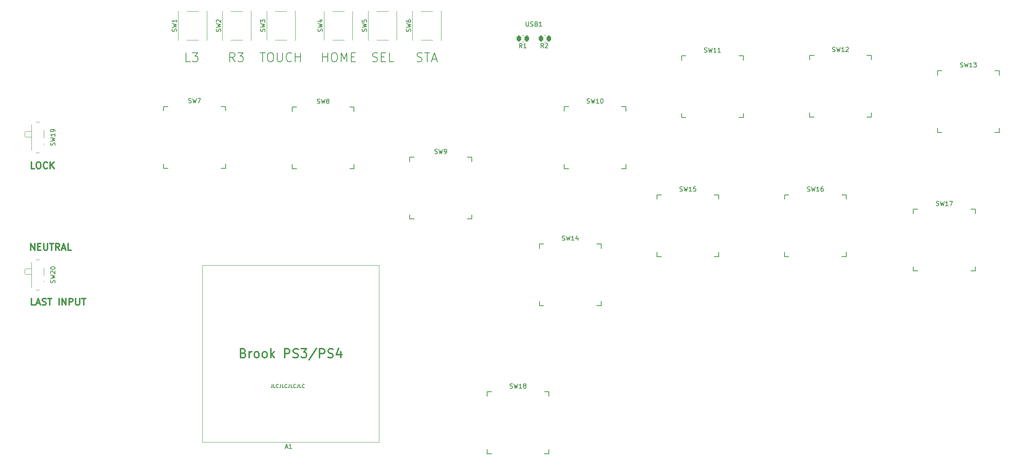
<source format=gto>
%TF.GenerationSoftware,KiCad,Pcbnew,(6.0.5)*%
%TF.CreationDate,2022-08-30T07:27:48-07:00*%
%TF.ProjectId,chastity-device-rev2,63686173-7469-4747-992d-646576696365,rev?*%
%TF.SameCoordinates,Original*%
%TF.FileFunction,Legend,Top*%
%TF.FilePolarity,Positive*%
%FSLAX46Y46*%
G04 Gerber Fmt 4.6, Leading zero omitted, Abs format (unit mm)*
G04 Created by KiCad (PCBNEW (6.0.5)) date 2022-08-30 07:27:48*
%MOMM*%
%LPD*%
G01*
G04 APERTURE LIST*
G04 Aperture macros list*
%AMRoundRect*
0 Rectangle with rounded corners*
0 $1 Rounding radius*
0 $2 $3 $4 $5 $6 $7 $8 $9 X,Y pos of 4 corners*
0 Add a 4 corners polygon primitive as box body*
4,1,4,$2,$3,$4,$5,$6,$7,$8,$9,$2,$3,0*
0 Add four circle primitives for the rounded corners*
1,1,$1+$1,$2,$3*
1,1,$1+$1,$4,$5*
1,1,$1+$1,$6,$7*
1,1,$1+$1,$8,$9*
0 Add four rect primitives between the rounded corners*
20,1,$1+$1,$2,$3,$4,$5,0*
20,1,$1+$1,$4,$5,$6,$7,0*
20,1,$1+$1,$6,$7,$8,$9,0*
20,1,$1+$1,$8,$9,$2,$3,0*%
G04 Aperture macros list end*
%ADD10C,0.190500*%
%ADD11C,0.150000*%
%ADD12C,0.300000*%
%ADD13C,0.120000*%
%ADD14C,1.701800*%
%ADD15C,3.429000*%
%ADD16C,2.032000*%
%ADD17C,4.950000*%
%ADD18R,1.300000X1.550000*%
%ADD19C,1.524000*%
%ADD20RoundRect,0.249999X-0.262501X-0.450001X0.262501X-0.450001X0.262501X0.450001X-0.262501X0.450001X0*%
%ADD21C,0.650000*%
%ADD22R,0.600000X1.450000*%
%ADD23R,0.300000X1.450000*%
%ADD24O,1.000000X1.600000*%
%ADD25O,1.000000X2.100000*%
%ADD26RoundRect,0.249999X0.262501X0.450001X-0.262501X0.450001X-0.262501X-0.450001X0.262501X-0.450001X0*%
%ADD27C,0.900000*%
%ADD28R,0.800000X1.000000*%
%ADD29R,1.500000X0.700000*%
G04 APERTURE END LIST*
D10*
X75760285Y-120932714D02*
X75760285Y-121477000D01*
X75724000Y-121585857D01*
X75651428Y-121658428D01*
X75542571Y-121694714D01*
X75470000Y-121694714D01*
X76486000Y-121694714D02*
X76123142Y-121694714D01*
X76123142Y-120932714D01*
X77175428Y-121622142D02*
X77139142Y-121658428D01*
X77030285Y-121694714D01*
X76957714Y-121694714D01*
X76848857Y-121658428D01*
X76776285Y-121585857D01*
X76740000Y-121513285D01*
X76703714Y-121368142D01*
X76703714Y-121259285D01*
X76740000Y-121114142D01*
X76776285Y-121041571D01*
X76848857Y-120969000D01*
X76957714Y-120932714D01*
X77030285Y-120932714D01*
X77139142Y-120969000D01*
X77175428Y-121005285D01*
X77719714Y-120932714D02*
X77719714Y-121477000D01*
X77683428Y-121585857D01*
X77610857Y-121658428D01*
X77502000Y-121694714D01*
X77429428Y-121694714D01*
X78445428Y-121694714D02*
X78082571Y-121694714D01*
X78082571Y-120932714D01*
X79134857Y-121622142D02*
X79098571Y-121658428D01*
X78989714Y-121694714D01*
X78917142Y-121694714D01*
X78808285Y-121658428D01*
X78735714Y-121585857D01*
X78699428Y-121513285D01*
X78663142Y-121368142D01*
X78663142Y-121259285D01*
X78699428Y-121114142D01*
X78735714Y-121041571D01*
X78808285Y-120969000D01*
X78917142Y-120932714D01*
X78989714Y-120932714D01*
X79098571Y-120969000D01*
X79134857Y-121005285D01*
X79679142Y-120932714D02*
X79679142Y-121477000D01*
X79642857Y-121585857D01*
X79570285Y-121658428D01*
X79461428Y-121694714D01*
X79388857Y-121694714D01*
X80404857Y-121694714D02*
X80042000Y-121694714D01*
X80042000Y-120932714D01*
X81094285Y-121622142D02*
X81058000Y-121658428D01*
X80949142Y-121694714D01*
X80876571Y-121694714D01*
X80767714Y-121658428D01*
X80695142Y-121585857D01*
X80658857Y-121513285D01*
X80622571Y-121368142D01*
X80622571Y-121259285D01*
X80658857Y-121114142D01*
X80695142Y-121041571D01*
X80767714Y-120969000D01*
X80876571Y-120932714D01*
X80949142Y-120932714D01*
X81058000Y-120969000D01*
X81094285Y-121005285D01*
X81638571Y-120932714D02*
X81638571Y-121477000D01*
X81602285Y-121585857D01*
X81529714Y-121658428D01*
X81420857Y-121694714D01*
X81348285Y-121694714D01*
X82364285Y-121694714D02*
X82001428Y-121694714D01*
X82001428Y-120932714D01*
X83053714Y-121622142D02*
X83017428Y-121658428D01*
X82908571Y-121694714D01*
X82836000Y-121694714D01*
X82727142Y-121658428D01*
X82654571Y-121585857D01*
X82618285Y-121513285D01*
X82582000Y-121368142D01*
X82582000Y-121259285D01*
X82618285Y-121114142D01*
X82654571Y-121041571D01*
X82727142Y-120969000D01*
X82836000Y-120932714D01*
X82908571Y-120932714D01*
X83017428Y-120969000D01*
X83053714Y-121005285D01*
D11*
X87193333Y-47904761D02*
X87193333Y-45904761D01*
X87193333Y-46857142D02*
X88336190Y-46857142D01*
X88336190Y-47904761D02*
X88336190Y-45904761D01*
X89669523Y-45904761D02*
X90050476Y-45904761D01*
X90240952Y-46000000D01*
X90431428Y-46190476D01*
X90526666Y-46571428D01*
X90526666Y-47238095D01*
X90431428Y-47619047D01*
X90240952Y-47809523D01*
X90050476Y-47904761D01*
X89669523Y-47904761D01*
X89479047Y-47809523D01*
X89288571Y-47619047D01*
X89193333Y-47238095D01*
X89193333Y-46571428D01*
X89288571Y-46190476D01*
X89479047Y-46000000D01*
X89669523Y-45904761D01*
X91383809Y-47904761D02*
X91383809Y-45904761D01*
X92050476Y-47333333D01*
X92717142Y-45904761D01*
X92717142Y-47904761D01*
X93669523Y-46857142D02*
X94336190Y-46857142D01*
X94621904Y-47904761D02*
X93669523Y-47904761D01*
X93669523Y-45904761D01*
X94621904Y-45904761D01*
X67336666Y-47904761D02*
X66670000Y-46952380D01*
X66193809Y-47904761D02*
X66193809Y-45904761D01*
X66955714Y-45904761D01*
X67146190Y-46000000D01*
X67241428Y-46095238D01*
X67336666Y-46285714D01*
X67336666Y-46571428D01*
X67241428Y-46761904D01*
X67146190Y-46857142D01*
X66955714Y-46952380D01*
X66193809Y-46952380D01*
X68003333Y-45904761D02*
X69241428Y-45904761D01*
X68574761Y-46666666D01*
X68860476Y-46666666D01*
X69050952Y-46761904D01*
X69146190Y-46857142D01*
X69241428Y-47047619D01*
X69241428Y-47523809D01*
X69146190Y-47714285D01*
X69050952Y-47809523D01*
X68860476Y-47904761D01*
X68289047Y-47904761D01*
X68098571Y-47809523D01*
X68003333Y-47714285D01*
X98504285Y-47809523D02*
X98790000Y-47904761D01*
X99266190Y-47904761D01*
X99456666Y-47809523D01*
X99551904Y-47714285D01*
X99647142Y-47523809D01*
X99647142Y-47333333D01*
X99551904Y-47142857D01*
X99456666Y-47047619D01*
X99266190Y-46952380D01*
X98885238Y-46857142D01*
X98694761Y-46761904D01*
X98599523Y-46666666D01*
X98504285Y-46476190D01*
X98504285Y-46285714D01*
X98599523Y-46095238D01*
X98694761Y-46000000D01*
X98885238Y-45904761D01*
X99361428Y-45904761D01*
X99647142Y-46000000D01*
X100504285Y-46857142D02*
X101170952Y-46857142D01*
X101456666Y-47904761D02*
X100504285Y-47904761D01*
X100504285Y-45904761D01*
X101456666Y-45904761D01*
X103266190Y-47904761D02*
X102313809Y-47904761D01*
X102313809Y-45904761D01*
D12*
X21175714Y-90568571D02*
X21175714Y-89068571D01*
X22032857Y-90568571D01*
X22032857Y-89068571D01*
X22747142Y-89782857D02*
X23247142Y-89782857D01*
X23461428Y-90568571D02*
X22747142Y-90568571D01*
X22747142Y-89068571D01*
X23461428Y-89068571D01*
X24104285Y-89068571D02*
X24104285Y-90282857D01*
X24175714Y-90425714D01*
X24247142Y-90497142D01*
X24390000Y-90568571D01*
X24675714Y-90568571D01*
X24818571Y-90497142D01*
X24890000Y-90425714D01*
X24961428Y-90282857D01*
X24961428Y-89068571D01*
X25461428Y-89068571D02*
X26318571Y-89068571D01*
X25890000Y-90568571D02*
X25890000Y-89068571D01*
X27675714Y-90568571D02*
X27175714Y-89854285D01*
X26818571Y-90568571D02*
X26818571Y-89068571D01*
X27390000Y-89068571D01*
X27532857Y-89140000D01*
X27604285Y-89211428D01*
X27675714Y-89354285D01*
X27675714Y-89568571D01*
X27604285Y-89711428D01*
X27532857Y-89782857D01*
X27390000Y-89854285D01*
X26818571Y-89854285D01*
X28247142Y-90140000D02*
X28961428Y-90140000D01*
X28104285Y-90568571D02*
X28604285Y-89068571D01*
X29104285Y-90568571D01*
X30318571Y-90568571D02*
X29604285Y-90568571D01*
X29604285Y-89068571D01*
X21998571Y-72118571D02*
X21284285Y-72118571D01*
X21284285Y-70618571D01*
X22784285Y-70618571D02*
X23070000Y-70618571D01*
X23212857Y-70690000D01*
X23355714Y-70832857D01*
X23427142Y-71118571D01*
X23427142Y-71618571D01*
X23355714Y-71904285D01*
X23212857Y-72047142D01*
X23070000Y-72118571D01*
X22784285Y-72118571D01*
X22641428Y-72047142D01*
X22498571Y-71904285D01*
X22427142Y-71618571D01*
X22427142Y-71118571D01*
X22498571Y-70832857D01*
X22641428Y-70690000D01*
X22784285Y-70618571D01*
X24927142Y-71975714D02*
X24855714Y-72047142D01*
X24641428Y-72118571D01*
X24498571Y-72118571D01*
X24284285Y-72047142D01*
X24141428Y-71904285D01*
X24070000Y-71761428D01*
X23998571Y-71475714D01*
X23998571Y-71261428D01*
X24070000Y-70975714D01*
X24141428Y-70832857D01*
X24284285Y-70690000D01*
X24498571Y-70618571D01*
X24641428Y-70618571D01*
X24855714Y-70690000D01*
X24927142Y-70761428D01*
X25570000Y-72118571D02*
X25570000Y-70618571D01*
X26427142Y-72118571D02*
X25784285Y-71261428D01*
X26427142Y-70618571D02*
X25570000Y-71475714D01*
D11*
X108569523Y-47809523D02*
X108855238Y-47904761D01*
X109331428Y-47904761D01*
X109521904Y-47809523D01*
X109617142Y-47714285D01*
X109712380Y-47523809D01*
X109712380Y-47333333D01*
X109617142Y-47142857D01*
X109521904Y-47047619D01*
X109331428Y-46952380D01*
X108950476Y-46857142D01*
X108760000Y-46761904D01*
X108664761Y-46666666D01*
X108569523Y-46476190D01*
X108569523Y-46285714D01*
X108664761Y-46095238D01*
X108760000Y-46000000D01*
X108950476Y-45904761D01*
X109426666Y-45904761D01*
X109712380Y-46000000D01*
X110283809Y-45904761D02*
X111426666Y-45904761D01*
X110855238Y-47904761D02*
X110855238Y-45904761D01*
X111998095Y-47333333D02*
X112950476Y-47333333D01*
X111807619Y-47904761D02*
X112474285Y-45904761D01*
X113140952Y-47904761D01*
D12*
X22044285Y-102998571D02*
X21330000Y-102998571D01*
X21330000Y-101498571D01*
X22472857Y-102570000D02*
X23187142Y-102570000D01*
X22330000Y-102998571D02*
X22830000Y-101498571D01*
X23330000Y-102998571D01*
X23758571Y-102927142D02*
X23972857Y-102998571D01*
X24330000Y-102998571D01*
X24472857Y-102927142D01*
X24544285Y-102855714D01*
X24615714Y-102712857D01*
X24615714Y-102570000D01*
X24544285Y-102427142D01*
X24472857Y-102355714D01*
X24330000Y-102284285D01*
X24044285Y-102212857D01*
X23901428Y-102141428D01*
X23830000Y-102070000D01*
X23758571Y-101927142D01*
X23758571Y-101784285D01*
X23830000Y-101641428D01*
X23901428Y-101570000D01*
X24044285Y-101498571D01*
X24401428Y-101498571D01*
X24615714Y-101570000D01*
X25044285Y-101498571D02*
X25901428Y-101498571D01*
X25472857Y-102998571D02*
X25472857Y-101498571D01*
X27544285Y-102998571D02*
X27544285Y-101498571D01*
X28258571Y-102998571D02*
X28258571Y-101498571D01*
X29115714Y-102998571D01*
X29115714Y-101498571D01*
X29830000Y-102998571D02*
X29830000Y-101498571D01*
X30401428Y-101498571D01*
X30544285Y-101570000D01*
X30615714Y-101641428D01*
X30687142Y-101784285D01*
X30687142Y-101998571D01*
X30615714Y-102141428D01*
X30544285Y-102212857D01*
X30401428Y-102284285D01*
X29830000Y-102284285D01*
X31330000Y-101498571D02*
X31330000Y-102712857D01*
X31401428Y-102855714D01*
X31472857Y-102927142D01*
X31615714Y-102998571D01*
X31901428Y-102998571D01*
X32044285Y-102927142D01*
X32115714Y-102855714D01*
X32187142Y-102712857D01*
X32187142Y-101498571D01*
X32687142Y-101498571D02*
X33544285Y-101498571D01*
X33115714Y-102998571D02*
X33115714Y-101498571D01*
D11*
X73035714Y-45904761D02*
X74178571Y-45904761D01*
X73607142Y-47904761D02*
X73607142Y-45904761D01*
X75226190Y-45904761D02*
X75607142Y-45904761D01*
X75797619Y-46000000D01*
X75988095Y-46190476D01*
X76083333Y-46571428D01*
X76083333Y-47238095D01*
X75988095Y-47619047D01*
X75797619Y-47809523D01*
X75607142Y-47904761D01*
X75226190Y-47904761D01*
X75035714Y-47809523D01*
X74845238Y-47619047D01*
X74750000Y-47238095D01*
X74750000Y-46571428D01*
X74845238Y-46190476D01*
X75035714Y-46000000D01*
X75226190Y-45904761D01*
X76940476Y-45904761D02*
X76940476Y-47523809D01*
X77035714Y-47714285D01*
X77130952Y-47809523D01*
X77321428Y-47904761D01*
X77702380Y-47904761D01*
X77892857Y-47809523D01*
X77988095Y-47714285D01*
X78083333Y-47523809D01*
X78083333Y-45904761D01*
X80178571Y-47714285D02*
X80083333Y-47809523D01*
X79797619Y-47904761D01*
X79607142Y-47904761D01*
X79321428Y-47809523D01*
X79130952Y-47619047D01*
X79035714Y-47428571D01*
X78940476Y-47047619D01*
X78940476Y-46761904D01*
X79035714Y-46380952D01*
X79130952Y-46190476D01*
X79321428Y-46000000D01*
X79607142Y-45904761D01*
X79797619Y-45904761D01*
X80083333Y-46000000D01*
X80178571Y-46095238D01*
X81035714Y-47904761D02*
X81035714Y-45904761D01*
X81035714Y-46857142D02*
X82178571Y-46857142D01*
X82178571Y-47904761D02*
X82178571Y-45904761D01*
X57256666Y-47904761D02*
X56304285Y-47904761D01*
X56304285Y-45904761D01*
X57732857Y-45904761D02*
X58970952Y-45904761D01*
X58304285Y-46666666D01*
X58590000Y-46666666D01*
X58780476Y-46761904D01*
X58875714Y-46857142D01*
X58970952Y-47047619D01*
X58970952Y-47523809D01*
X58875714Y-47714285D01*
X58780476Y-47809523D01*
X58590000Y-47904761D01*
X58018571Y-47904761D01*
X57828095Y-47809523D01*
X57732857Y-47714285D01*
X85986666Y-57319761D02*
X86129523Y-57367380D01*
X86367619Y-57367380D01*
X86462857Y-57319761D01*
X86510476Y-57272142D01*
X86558095Y-57176904D01*
X86558095Y-57081666D01*
X86510476Y-56986428D01*
X86462857Y-56938809D01*
X86367619Y-56891190D01*
X86177142Y-56843571D01*
X86081904Y-56795952D01*
X86034285Y-56748333D01*
X85986666Y-56653095D01*
X85986666Y-56557857D01*
X86034285Y-56462619D01*
X86081904Y-56415000D01*
X86177142Y-56367380D01*
X86415238Y-56367380D01*
X86558095Y-56415000D01*
X86891428Y-56367380D02*
X87129523Y-57367380D01*
X87320000Y-56653095D01*
X87510476Y-57367380D01*
X87748571Y-56367380D01*
X88272380Y-56795952D02*
X88177142Y-56748333D01*
X88129523Y-56700714D01*
X88081904Y-56605476D01*
X88081904Y-56557857D01*
X88129523Y-56462619D01*
X88177142Y-56415000D01*
X88272380Y-56367380D01*
X88462857Y-56367380D01*
X88558095Y-56415000D01*
X88605714Y-56462619D01*
X88653333Y-56557857D01*
X88653333Y-56605476D01*
X88605714Y-56700714D01*
X88558095Y-56748333D01*
X88462857Y-56795952D01*
X88272380Y-56795952D01*
X88177142Y-56843571D01*
X88129523Y-56891190D01*
X88081904Y-56986428D01*
X88081904Y-57176904D01*
X88129523Y-57272142D01*
X88177142Y-57319761D01*
X88272380Y-57367380D01*
X88462857Y-57367380D01*
X88558095Y-57319761D01*
X88605714Y-57272142D01*
X88653333Y-57176904D01*
X88653333Y-56986428D01*
X88605714Y-56891190D01*
X88558095Y-56843571D01*
X88462857Y-56795952D01*
X112586666Y-68669761D02*
X112729523Y-68717380D01*
X112967619Y-68717380D01*
X113062857Y-68669761D01*
X113110476Y-68622142D01*
X113158095Y-68526904D01*
X113158095Y-68431666D01*
X113110476Y-68336428D01*
X113062857Y-68288809D01*
X112967619Y-68241190D01*
X112777142Y-68193571D01*
X112681904Y-68145952D01*
X112634285Y-68098333D01*
X112586666Y-68003095D01*
X112586666Y-67907857D01*
X112634285Y-67812619D01*
X112681904Y-67765000D01*
X112777142Y-67717380D01*
X113015238Y-67717380D01*
X113158095Y-67765000D01*
X113491428Y-67717380D02*
X113729523Y-68717380D01*
X113920000Y-68003095D01*
X114110476Y-68717380D01*
X114348571Y-67717380D01*
X114777142Y-68717380D02*
X114967619Y-68717380D01*
X115062857Y-68669761D01*
X115110476Y-68622142D01*
X115205714Y-68479285D01*
X115253333Y-68288809D01*
X115253333Y-67907857D01*
X115205714Y-67812619D01*
X115158095Y-67765000D01*
X115062857Y-67717380D01*
X114872380Y-67717380D01*
X114777142Y-67765000D01*
X114729523Y-67812619D01*
X114681904Y-67907857D01*
X114681904Y-68145952D01*
X114729523Y-68241190D01*
X114777142Y-68288809D01*
X114872380Y-68336428D01*
X115062857Y-68336428D01*
X115158095Y-68288809D01*
X115205714Y-68241190D01*
X115253333Y-68145952D01*
X129610476Y-121769761D02*
X129753333Y-121817380D01*
X129991428Y-121817380D01*
X130086666Y-121769761D01*
X130134285Y-121722142D01*
X130181904Y-121626904D01*
X130181904Y-121531666D01*
X130134285Y-121436428D01*
X130086666Y-121388809D01*
X129991428Y-121341190D01*
X129800952Y-121293571D01*
X129705714Y-121245952D01*
X129658095Y-121198333D01*
X129610476Y-121103095D01*
X129610476Y-121007857D01*
X129658095Y-120912619D01*
X129705714Y-120865000D01*
X129800952Y-120817380D01*
X130039047Y-120817380D01*
X130181904Y-120865000D01*
X130515238Y-120817380D02*
X130753333Y-121817380D01*
X130943809Y-121103095D01*
X131134285Y-121817380D01*
X131372380Y-120817380D01*
X132277142Y-121817380D02*
X131705714Y-121817380D01*
X131991428Y-121817380D02*
X131991428Y-120817380D01*
X131896190Y-120960238D01*
X131800952Y-121055476D01*
X131705714Y-121103095D01*
X132848571Y-121245952D02*
X132753333Y-121198333D01*
X132705714Y-121150714D01*
X132658095Y-121055476D01*
X132658095Y-121007857D01*
X132705714Y-120912619D01*
X132753333Y-120865000D01*
X132848571Y-120817380D01*
X133039047Y-120817380D01*
X133134285Y-120865000D01*
X133181904Y-120912619D01*
X133229523Y-121007857D01*
X133229523Y-121055476D01*
X133181904Y-121150714D01*
X133134285Y-121198333D01*
X133039047Y-121245952D01*
X132848571Y-121245952D01*
X132753333Y-121293571D01*
X132705714Y-121341190D01*
X132658095Y-121436428D01*
X132658095Y-121626904D01*
X132705714Y-121722142D01*
X132753333Y-121769761D01*
X132848571Y-121817380D01*
X133039047Y-121817380D01*
X133134285Y-121769761D01*
X133181904Y-121722142D01*
X133229523Y-121626904D01*
X133229523Y-121436428D01*
X133181904Y-121341190D01*
X133134285Y-121293571D01*
X133039047Y-121245952D01*
X147050476Y-57259761D02*
X147193333Y-57307380D01*
X147431428Y-57307380D01*
X147526666Y-57259761D01*
X147574285Y-57212142D01*
X147621904Y-57116904D01*
X147621904Y-57021666D01*
X147574285Y-56926428D01*
X147526666Y-56878809D01*
X147431428Y-56831190D01*
X147240952Y-56783571D01*
X147145714Y-56735952D01*
X147098095Y-56688333D01*
X147050476Y-56593095D01*
X147050476Y-56497857D01*
X147098095Y-56402619D01*
X147145714Y-56355000D01*
X147240952Y-56307380D01*
X147479047Y-56307380D01*
X147621904Y-56355000D01*
X147955238Y-56307380D02*
X148193333Y-57307380D01*
X148383809Y-56593095D01*
X148574285Y-57307380D01*
X148812380Y-56307380D01*
X149717142Y-57307380D02*
X149145714Y-57307380D01*
X149431428Y-57307380D02*
X149431428Y-56307380D01*
X149336190Y-56450238D01*
X149240952Y-56545476D01*
X149145714Y-56593095D01*
X150336190Y-56307380D02*
X150431428Y-56307380D01*
X150526666Y-56355000D01*
X150574285Y-56402619D01*
X150621904Y-56497857D01*
X150669523Y-56688333D01*
X150669523Y-56926428D01*
X150621904Y-57116904D01*
X150574285Y-57212142D01*
X150526666Y-57259761D01*
X150431428Y-57307380D01*
X150336190Y-57307380D01*
X150240952Y-57259761D01*
X150193333Y-57212142D01*
X150145714Y-57116904D01*
X150098095Y-56926428D01*
X150098095Y-56688333D01*
X150145714Y-56497857D01*
X150193333Y-56402619D01*
X150240952Y-56355000D01*
X150336190Y-56307380D01*
X173610476Y-45729761D02*
X173753333Y-45777380D01*
X173991428Y-45777380D01*
X174086666Y-45729761D01*
X174134285Y-45682142D01*
X174181904Y-45586904D01*
X174181904Y-45491666D01*
X174134285Y-45396428D01*
X174086666Y-45348809D01*
X173991428Y-45301190D01*
X173800952Y-45253571D01*
X173705714Y-45205952D01*
X173658095Y-45158333D01*
X173610476Y-45063095D01*
X173610476Y-44967857D01*
X173658095Y-44872619D01*
X173705714Y-44825000D01*
X173800952Y-44777380D01*
X174039047Y-44777380D01*
X174181904Y-44825000D01*
X174515238Y-44777380D02*
X174753333Y-45777380D01*
X174943809Y-45063095D01*
X175134285Y-45777380D01*
X175372380Y-44777380D01*
X176277142Y-45777380D02*
X175705714Y-45777380D01*
X175991428Y-45777380D02*
X175991428Y-44777380D01*
X175896190Y-44920238D01*
X175800952Y-45015476D01*
X175705714Y-45063095D01*
X177229523Y-45777380D02*
X176658095Y-45777380D01*
X176943809Y-45777380D02*
X176943809Y-44777380D01*
X176848571Y-44920238D01*
X176753333Y-45015476D01*
X176658095Y-45063095D01*
X202580476Y-45609761D02*
X202723333Y-45657380D01*
X202961428Y-45657380D01*
X203056666Y-45609761D01*
X203104285Y-45562142D01*
X203151904Y-45466904D01*
X203151904Y-45371666D01*
X203104285Y-45276428D01*
X203056666Y-45228809D01*
X202961428Y-45181190D01*
X202770952Y-45133571D01*
X202675714Y-45085952D01*
X202628095Y-45038333D01*
X202580476Y-44943095D01*
X202580476Y-44847857D01*
X202628095Y-44752619D01*
X202675714Y-44705000D01*
X202770952Y-44657380D01*
X203009047Y-44657380D01*
X203151904Y-44705000D01*
X203485238Y-44657380D02*
X203723333Y-45657380D01*
X203913809Y-44943095D01*
X204104285Y-45657380D01*
X204342380Y-44657380D01*
X205247142Y-45657380D02*
X204675714Y-45657380D01*
X204961428Y-45657380D02*
X204961428Y-44657380D01*
X204866190Y-44800238D01*
X204770952Y-44895476D01*
X204675714Y-44943095D01*
X205628095Y-44752619D02*
X205675714Y-44705000D01*
X205770952Y-44657380D01*
X206009047Y-44657380D01*
X206104285Y-44705000D01*
X206151904Y-44752619D01*
X206199523Y-44847857D01*
X206199523Y-44943095D01*
X206151904Y-45085952D01*
X205580476Y-45657380D01*
X206199523Y-45657380D01*
X231526876Y-49100161D02*
X231669733Y-49147780D01*
X231907828Y-49147780D01*
X232003066Y-49100161D01*
X232050685Y-49052542D01*
X232098304Y-48957304D01*
X232098304Y-48862066D01*
X232050685Y-48766828D01*
X232003066Y-48719209D01*
X231907828Y-48671590D01*
X231717352Y-48623971D01*
X231622114Y-48576352D01*
X231574495Y-48528733D01*
X231526876Y-48433495D01*
X231526876Y-48338257D01*
X231574495Y-48243019D01*
X231622114Y-48195400D01*
X231717352Y-48147780D01*
X231955447Y-48147780D01*
X232098304Y-48195400D01*
X232431638Y-48147780D02*
X232669733Y-49147780D01*
X232860209Y-48433495D01*
X233050685Y-49147780D01*
X233288780Y-48147780D01*
X234193542Y-49147780D02*
X233622114Y-49147780D01*
X233907828Y-49147780D02*
X233907828Y-48147780D01*
X233812590Y-48290638D01*
X233717352Y-48385876D01*
X233622114Y-48433495D01*
X234526876Y-48147780D02*
X235145923Y-48147780D01*
X234812590Y-48528733D01*
X234955447Y-48528733D01*
X235050685Y-48576352D01*
X235098304Y-48623971D01*
X235145923Y-48719209D01*
X235145923Y-48957304D01*
X235098304Y-49052542D01*
X235050685Y-49100161D01*
X234955447Y-49147780D01*
X234669733Y-49147780D01*
X234574495Y-49100161D01*
X234526876Y-49052542D01*
X141440476Y-88299761D02*
X141583333Y-88347380D01*
X141821428Y-88347380D01*
X141916666Y-88299761D01*
X141964285Y-88252142D01*
X142011904Y-88156904D01*
X142011904Y-88061666D01*
X141964285Y-87966428D01*
X141916666Y-87918809D01*
X141821428Y-87871190D01*
X141630952Y-87823571D01*
X141535714Y-87775952D01*
X141488095Y-87728333D01*
X141440476Y-87633095D01*
X141440476Y-87537857D01*
X141488095Y-87442619D01*
X141535714Y-87395000D01*
X141630952Y-87347380D01*
X141869047Y-87347380D01*
X142011904Y-87395000D01*
X142345238Y-87347380D02*
X142583333Y-88347380D01*
X142773809Y-87633095D01*
X142964285Y-88347380D01*
X143202380Y-87347380D01*
X144107142Y-88347380D02*
X143535714Y-88347380D01*
X143821428Y-88347380D02*
X143821428Y-87347380D01*
X143726190Y-87490238D01*
X143630952Y-87585476D01*
X143535714Y-87633095D01*
X144964285Y-87680714D02*
X144964285Y-88347380D01*
X144726190Y-87299761D02*
X144488095Y-88014047D01*
X145107142Y-88014047D01*
X168050476Y-77189761D02*
X168193333Y-77237380D01*
X168431428Y-77237380D01*
X168526666Y-77189761D01*
X168574285Y-77142142D01*
X168621904Y-77046904D01*
X168621904Y-76951666D01*
X168574285Y-76856428D01*
X168526666Y-76808809D01*
X168431428Y-76761190D01*
X168240952Y-76713571D01*
X168145714Y-76665952D01*
X168098095Y-76618333D01*
X168050476Y-76523095D01*
X168050476Y-76427857D01*
X168098095Y-76332619D01*
X168145714Y-76285000D01*
X168240952Y-76237380D01*
X168479047Y-76237380D01*
X168621904Y-76285000D01*
X168955238Y-76237380D02*
X169193333Y-77237380D01*
X169383809Y-76523095D01*
X169574285Y-77237380D01*
X169812380Y-76237380D01*
X170717142Y-77237380D02*
X170145714Y-77237380D01*
X170431428Y-77237380D02*
X170431428Y-76237380D01*
X170336190Y-76380238D01*
X170240952Y-76475476D01*
X170145714Y-76523095D01*
X171621904Y-76237380D02*
X171145714Y-76237380D01*
X171098095Y-76713571D01*
X171145714Y-76665952D01*
X171240952Y-76618333D01*
X171479047Y-76618333D01*
X171574285Y-76665952D01*
X171621904Y-76713571D01*
X171669523Y-76808809D01*
X171669523Y-77046904D01*
X171621904Y-77142142D01*
X171574285Y-77189761D01*
X171479047Y-77237380D01*
X171240952Y-77237380D01*
X171145714Y-77189761D01*
X171098095Y-77142142D01*
X196900476Y-77189761D02*
X197043333Y-77237380D01*
X197281428Y-77237380D01*
X197376666Y-77189761D01*
X197424285Y-77142142D01*
X197471904Y-77046904D01*
X197471904Y-76951666D01*
X197424285Y-76856428D01*
X197376666Y-76808809D01*
X197281428Y-76761190D01*
X197090952Y-76713571D01*
X196995714Y-76665952D01*
X196948095Y-76618333D01*
X196900476Y-76523095D01*
X196900476Y-76427857D01*
X196948095Y-76332619D01*
X196995714Y-76285000D01*
X197090952Y-76237380D01*
X197329047Y-76237380D01*
X197471904Y-76285000D01*
X197805238Y-76237380D02*
X198043333Y-77237380D01*
X198233809Y-76523095D01*
X198424285Y-77237380D01*
X198662380Y-76237380D01*
X199567142Y-77237380D02*
X198995714Y-77237380D01*
X199281428Y-77237380D02*
X199281428Y-76237380D01*
X199186190Y-76380238D01*
X199090952Y-76475476D01*
X198995714Y-76523095D01*
X200424285Y-76237380D02*
X200233809Y-76237380D01*
X200138571Y-76285000D01*
X200090952Y-76332619D01*
X199995714Y-76475476D01*
X199948095Y-76665952D01*
X199948095Y-77046904D01*
X199995714Y-77142142D01*
X200043333Y-77189761D01*
X200138571Y-77237380D01*
X200329047Y-77237380D01*
X200424285Y-77189761D01*
X200471904Y-77142142D01*
X200519523Y-77046904D01*
X200519523Y-76808809D01*
X200471904Y-76713571D01*
X200424285Y-76665952D01*
X200329047Y-76618333D01*
X200138571Y-76618333D01*
X200043333Y-76665952D01*
X199995714Y-76713571D01*
X199948095Y-76808809D01*
X226086876Y-80440161D02*
X226229733Y-80487780D01*
X226467828Y-80487780D01*
X226563066Y-80440161D01*
X226610685Y-80392542D01*
X226658304Y-80297304D01*
X226658304Y-80202066D01*
X226610685Y-80106828D01*
X226563066Y-80059209D01*
X226467828Y-80011590D01*
X226277352Y-79963971D01*
X226182114Y-79916352D01*
X226134495Y-79868733D01*
X226086876Y-79773495D01*
X226086876Y-79678257D01*
X226134495Y-79583019D01*
X226182114Y-79535400D01*
X226277352Y-79487780D01*
X226515447Y-79487780D01*
X226658304Y-79535400D01*
X226991638Y-79487780D02*
X227229733Y-80487780D01*
X227420209Y-79773495D01*
X227610685Y-80487780D01*
X227848780Y-79487780D01*
X228753542Y-80487780D02*
X228182114Y-80487780D01*
X228467828Y-80487780D02*
X228467828Y-79487780D01*
X228372590Y-79630638D01*
X228277352Y-79725876D01*
X228182114Y-79773495D01*
X229086876Y-79487780D02*
X229753542Y-79487780D01*
X229324971Y-80487780D01*
X56891666Y-57199761D02*
X57034523Y-57247380D01*
X57272619Y-57247380D01*
X57367857Y-57199761D01*
X57415476Y-57152142D01*
X57463095Y-57056904D01*
X57463095Y-56961666D01*
X57415476Y-56866428D01*
X57367857Y-56818809D01*
X57272619Y-56771190D01*
X57082142Y-56723571D01*
X56986904Y-56675952D01*
X56939285Y-56628333D01*
X56891666Y-56533095D01*
X56891666Y-56437857D01*
X56939285Y-56342619D01*
X56986904Y-56295000D01*
X57082142Y-56247380D01*
X57320238Y-56247380D01*
X57463095Y-56295000D01*
X57796428Y-56247380D02*
X58034523Y-57247380D01*
X58225000Y-56533095D01*
X58415476Y-57247380D01*
X58653571Y-56247380D01*
X58939285Y-56247380D02*
X59605952Y-56247380D01*
X59177380Y-57247380D01*
X87104761Y-41083333D02*
X87152380Y-40940476D01*
X87152380Y-40702380D01*
X87104761Y-40607142D01*
X87057142Y-40559523D01*
X86961904Y-40511904D01*
X86866666Y-40511904D01*
X86771428Y-40559523D01*
X86723809Y-40607142D01*
X86676190Y-40702380D01*
X86628571Y-40892857D01*
X86580952Y-40988095D01*
X86533333Y-41035714D01*
X86438095Y-41083333D01*
X86342857Y-41083333D01*
X86247619Y-41035714D01*
X86200000Y-40988095D01*
X86152380Y-40892857D01*
X86152380Y-40654761D01*
X86200000Y-40511904D01*
X86152380Y-40178571D02*
X87152380Y-39940476D01*
X86438095Y-39750000D01*
X87152380Y-39559523D01*
X86152380Y-39321428D01*
X86485714Y-38511904D02*
X87152380Y-38511904D01*
X86104761Y-38750000D02*
X86819047Y-38988095D01*
X86819047Y-38369047D01*
X64104761Y-41083333D02*
X64152380Y-40940476D01*
X64152380Y-40702380D01*
X64104761Y-40607142D01*
X64057142Y-40559523D01*
X63961904Y-40511904D01*
X63866666Y-40511904D01*
X63771428Y-40559523D01*
X63723809Y-40607142D01*
X63676190Y-40702380D01*
X63628571Y-40892857D01*
X63580952Y-40988095D01*
X63533333Y-41035714D01*
X63438095Y-41083333D01*
X63342857Y-41083333D01*
X63247619Y-41035714D01*
X63200000Y-40988095D01*
X63152380Y-40892857D01*
X63152380Y-40654761D01*
X63200000Y-40511904D01*
X63152380Y-40178571D02*
X64152380Y-39940476D01*
X63438095Y-39750000D01*
X64152380Y-39559523D01*
X63152380Y-39321428D01*
X63247619Y-38988095D02*
X63200000Y-38940476D01*
X63152380Y-38845238D01*
X63152380Y-38607142D01*
X63200000Y-38511904D01*
X63247619Y-38464285D01*
X63342857Y-38416666D01*
X63438095Y-38416666D01*
X63580952Y-38464285D01*
X64152380Y-39035714D01*
X64152380Y-38416666D01*
X97104761Y-41083333D02*
X97152380Y-40940476D01*
X97152380Y-40702380D01*
X97104761Y-40607142D01*
X97057142Y-40559523D01*
X96961904Y-40511904D01*
X96866666Y-40511904D01*
X96771428Y-40559523D01*
X96723809Y-40607142D01*
X96676190Y-40702380D01*
X96628571Y-40892857D01*
X96580952Y-40988095D01*
X96533333Y-41035714D01*
X96438095Y-41083333D01*
X96342857Y-41083333D01*
X96247619Y-41035714D01*
X96200000Y-40988095D01*
X96152380Y-40892857D01*
X96152380Y-40654761D01*
X96200000Y-40511904D01*
X96152380Y-40178571D02*
X97152380Y-39940476D01*
X96438095Y-39750000D01*
X97152380Y-39559523D01*
X96152380Y-39321428D01*
X96152380Y-38464285D02*
X96152380Y-38940476D01*
X96628571Y-38988095D01*
X96580952Y-38940476D01*
X96533333Y-38845238D01*
X96533333Y-38607142D01*
X96580952Y-38511904D01*
X96628571Y-38464285D01*
X96723809Y-38416666D01*
X96961904Y-38416666D01*
X97057142Y-38464285D01*
X97104761Y-38511904D01*
X97152380Y-38607142D01*
X97152380Y-38845238D01*
X97104761Y-38940476D01*
X97057142Y-38988095D01*
X54104761Y-41083333D02*
X54152380Y-40940476D01*
X54152380Y-40702380D01*
X54104761Y-40607142D01*
X54057142Y-40559523D01*
X53961904Y-40511904D01*
X53866666Y-40511904D01*
X53771428Y-40559523D01*
X53723809Y-40607142D01*
X53676190Y-40702380D01*
X53628571Y-40892857D01*
X53580952Y-40988095D01*
X53533333Y-41035714D01*
X53438095Y-41083333D01*
X53342857Y-41083333D01*
X53247619Y-41035714D01*
X53200000Y-40988095D01*
X53152380Y-40892857D01*
X53152380Y-40654761D01*
X53200000Y-40511904D01*
X53152380Y-40178571D02*
X54152380Y-39940476D01*
X53438095Y-39750000D01*
X54152380Y-39559523D01*
X53152380Y-39321428D01*
X54152380Y-38416666D02*
X54152380Y-38988095D01*
X54152380Y-38702380D02*
X53152380Y-38702380D01*
X53295238Y-38797619D01*
X53390476Y-38892857D01*
X53438095Y-38988095D01*
X74104761Y-41083333D02*
X74152380Y-40940476D01*
X74152380Y-40702380D01*
X74104761Y-40607142D01*
X74057142Y-40559523D01*
X73961904Y-40511904D01*
X73866666Y-40511904D01*
X73771428Y-40559523D01*
X73723809Y-40607142D01*
X73676190Y-40702380D01*
X73628571Y-40892857D01*
X73580952Y-40988095D01*
X73533333Y-41035714D01*
X73438095Y-41083333D01*
X73342857Y-41083333D01*
X73247619Y-41035714D01*
X73200000Y-40988095D01*
X73152380Y-40892857D01*
X73152380Y-40654761D01*
X73200000Y-40511904D01*
X73152380Y-40178571D02*
X74152380Y-39940476D01*
X73438095Y-39750000D01*
X74152380Y-39559523D01*
X73152380Y-39321428D01*
X73152380Y-39035714D02*
X73152380Y-38416666D01*
X73533333Y-38750000D01*
X73533333Y-38607142D01*
X73580952Y-38511904D01*
X73628571Y-38464285D01*
X73723809Y-38416666D01*
X73961904Y-38416666D01*
X74057142Y-38464285D01*
X74104761Y-38511904D01*
X74152380Y-38607142D01*
X74152380Y-38892857D01*
X74104761Y-38988095D01*
X74057142Y-39035714D01*
X107104761Y-41083333D02*
X107152380Y-40940476D01*
X107152380Y-40702380D01*
X107104761Y-40607142D01*
X107057142Y-40559523D01*
X106961904Y-40511904D01*
X106866666Y-40511904D01*
X106771428Y-40559523D01*
X106723809Y-40607142D01*
X106676190Y-40702380D01*
X106628571Y-40892857D01*
X106580952Y-40988095D01*
X106533333Y-41035714D01*
X106438095Y-41083333D01*
X106342857Y-41083333D01*
X106247619Y-41035714D01*
X106200000Y-40988095D01*
X106152380Y-40892857D01*
X106152380Y-40654761D01*
X106200000Y-40511904D01*
X106152380Y-40178571D02*
X107152380Y-39940476D01*
X106438095Y-39750000D01*
X107152380Y-39559523D01*
X106152380Y-39321428D01*
X106152380Y-38511904D02*
X106152380Y-38702380D01*
X106200000Y-38797619D01*
X106247619Y-38845238D01*
X106390476Y-38940476D01*
X106580952Y-38988095D01*
X106961904Y-38988095D01*
X107057142Y-38940476D01*
X107104761Y-38892857D01*
X107152380Y-38797619D01*
X107152380Y-38607142D01*
X107104761Y-38511904D01*
X107057142Y-38464285D01*
X106961904Y-38416666D01*
X106723809Y-38416666D01*
X106628571Y-38464285D01*
X106580952Y-38511904D01*
X106533333Y-38607142D01*
X106533333Y-38797619D01*
X106580952Y-38892857D01*
X106628571Y-38940476D01*
X106723809Y-38988095D01*
X78785714Y-135166666D02*
X79261904Y-135166666D01*
X78690476Y-135452380D02*
X79023809Y-134452380D01*
X79357142Y-135452380D01*
X80214285Y-135452380D02*
X79642857Y-135452380D01*
X79928571Y-135452380D02*
X79928571Y-134452380D01*
X79833333Y-134595238D01*
X79738095Y-134690476D01*
X79642857Y-134738095D01*
D12*
X69285714Y-113857142D02*
X69571428Y-113952380D01*
X69666666Y-114047619D01*
X69761904Y-114238095D01*
X69761904Y-114523809D01*
X69666666Y-114714285D01*
X69571428Y-114809523D01*
X69380952Y-114904761D01*
X68619047Y-114904761D01*
X68619047Y-112904761D01*
X69285714Y-112904761D01*
X69476190Y-113000000D01*
X69571428Y-113095238D01*
X69666666Y-113285714D01*
X69666666Y-113476190D01*
X69571428Y-113666666D01*
X69476190Y-113761904D01*
X69285714Y-113857142D01*
X68619047Y-113857142D01*
X70619047Y-114904761D02*
X70619047Y-113571428D01*
X70619047Y-113952380D02*
X70714285Y-113761904D01*
X70809523Y-113666666D01*
X70999999Y-113571428D01*
X71190476Y-113571428D01*
X72142857Y-114904761D02*
X71952380Y-114809523D01*
X71857142Y-114714285D01*
X71761904Y-114523809D01*
X71761904Y-113952380D01*
X71857142Y-113761904D01*
X71952380Y-113666666D01*
X72142857Y-113571428D01*
X72428571Y-113571428D01*
X72619047Y-113666666D01*
X72714285Y-113761904D01*
X72809523Y-113952380D01*
X72809523Y-114523809D01*
X72714285Y-114714285D01*
X72619047Y-114809523D01*
X72428571Y-114904761D01*
X72142857Y-114904761D01*
X73952380Y-114904761D02*
X73761904Y-114809523D01*
X73666666Y-114714285D01*
X73571428Y-114523809D01*
X73571428Y-113952380D01*
X73666666Y-113761904D01*
X73761904Y-113666666D01*
X73952380Y-113571428D01*
X74238095Y-113571428D01*
X74428571Y-113666666D01*
X74523809Y-113761904D01*
X74619047Y-113952380D01*
X74619047Y-114523809D01*
X74523809Y-114714285D01*
X74428571Y-114809523D01*
X74238095Y-114904761D01*
X73952380Y-114904761D01*
X75476190Y-114904761D02*
X75476190Y-112904761D01*
X75666666Y-114142857D02*
X76238095Y-114904761D01*
X76238095Y-113571428D02*
X75476190Y-114333333D01*
X78619047Y-114904761D02*
X78619047Y-112904761D01*
X79380952Y-112904761D01*
X79571428Y-113000000D01*
X79666666Y-113095238D01*
X79761904Y-113285714D01*
X79761904Y-113571428D01*
X79666666Y-113761904D01*
X79571428Y-113857142D01*
X79380952Y-113952380D01*
X78619047Y-113952380D01*
X80523809Y-114809523D02*
X80809523Y-114904761D01*
X81285714Y-114904761D01*
X81476190Y-114809523D01*
X81571428Y-114714285D01*
X81666666Y-114523809D01*
X81666666Y-114333333D01*
X81571428Y-114142857D01*
X81476190Y-114047619D01*
X81285714Y-113952380D01*
X80904761Y-113857142D01*
X80714285Y-113761904D01*
X80619047Y-113666666D01*
X80523809Y-113476190D01*
X80523809Y-113285714D01*
X80619047Y-113095238D01*
X80714285Y-113000000D01*
X80904761Y-112904761D01*
X81380952Y-112904761D01*
X81666666Y-113000000D01*
X82333333Y-112904761D02*
X83571428Y-112904761D01*
X82904761Y-113666666D01*
X83190476Y-113666666D01*
X83380952Y-113761904D01*
X83476190Y-113857142D01*
X83571428Y-114047619D01*
X83571428Y-114523809D01*
X83476190Y-114714285D01*
X83380952Y-114809523D01*
X83190476Y-114904761D01*
X82619047Y-114904761D01*
X82428571Y-114809523D01*
X82333333Y-114714285D01*
X85857142Y-112809523D02*
X84142857Y-115380952D01*
X86523809Y-114904761D02*
X86523809Y-112904761D01*
X87285714Y-112904761D01*
X87476190Y-113000000D01*
X87571428Y-113095238D01*
X87666666Y-113285714D01*
X87666666Y-113571428D01*
X87571428Y-113761904D01*
X87476190Y-113857142D01*
X87285714Y-113952380D01*
X86523809Y-113952380D01*
X88428571Y-114809523D02*
X88714285Y-114904761D01*
X89190476Y-114904761D01*
X89380952Y-114809523D01*
X89476190Y-114714285D01*
X89571428Y-114523809D01*
X89571428Y-114333333D01*
X89476190Y-114142857D01*
X89380952Y-114047619D01*
X89190476Y-113952380D01*
X88809523Y-113857142D01*
X88619047Y-113761904D01*
X88523809Y-113666666D01*
X88428571Y-113476190D01*
X88428571Y-113285714D01*
X88523809Y-113095238D01*
X88619047Y-113000000D01*
X88809523Y-112904761D01*
X89285714Y-112904761D01*
X89571428Y-113000000D01*
X91285714Y-113571428D02*
X91285714Y-114904761D01*
X90809523Y-112809523D02*
X90333333Y-114238095D01*
X91571428Y-114238095D01*
D11*
X137233333Y-44782380D02*
X136900000Y-44306190D01*
X136661904Y-44782380D02*
X136661904Y-43782380D01*
X137042857Y-43782380D01*
X137138095Y-43830000D01*
X137185714Y-43877619D01*
X137233333Y-43972857D01*
X137233333Y-44115714D01*
X137185714Y-44210952D01*
X137138095Y-44258571D01*
X137042857Y-44306190D01*
X136661904Y-44306190D01*
X137614285Y-43877619D02*
X137661904Y-43830000D01*
X137757142Y-43782380D01*
X137995238Y-43782380D01*
X138090476Y-43830000D01*
X138138095Y-43877619D01*
X138185714Y-43972857D01*
X138185714Y-44068095D01*
X138138095Y-44210952D01*
X137566666Y-44782380D01*
X138185714Y-44782380D01*
X133261904Y-38899180D02*
X133261904Y-39708704D01*
X133309523Y-39803942D01*
X133357142Y-39851561D01*
X133452380Y-39899180D01*
X133642857Y-39899180D01*
X133738095Y-39851561D01*
X133785714Y-39803942D01*
X133833333Y-39708704D01*
X133833333Y-38899180D01*
X134261904Y-39851561D02*
X134404761Y-39899180D01*
X134642857Y-39899180D01*
X134738095Y-39851561D01*
X134785714Y-39803942D01*
X134833333Y-39708704D01*
X134833333Y-39613466D01*
X134785714Y-39518228D01*
X134738095Y-39470609D01*
X134642857Y-39422990D01*
X134452380Y-39375371D01*
X134357142Y-39327752D01*
X134309523Y-39280133D01*
X134261904Y-39184895D01*
X134261904Y-39089657D01*
X134309523Y-38994419D01*
X134357142Y-38946800D01*
X134452380Y-38899180D01*
X134690476Y-38899180D01*
X134833333Y-38946800D01*
X135595238Y-39375371D02*
X135738095Y-39422990D01*
X135785714Y-39470609D01*
X135833333Y-39565847D01*
X135833333Y-39708704D01*
X135785714Y-39803942D01*
X135738095Y-39851561D01*
X135642857Y-39899180D01*
X135261904Y-39899180D01*
X135261904Y-38899180D01*
X135595238Y-38899180D01*
X135690476Y-38946800D01*
X135738095Y-38994419D01*
X135785714Y-39089657D01*
X135785714Y-39184895D01*
X135738095Y-39280133D01*
X135690476Y-39327752D01*
X135595238Y-39375371D01*
X135261904Y-39375371D01*
X136785714Y-39899180D02*
X136214285Y-39899180D01*
X136500000Y-39899180D02*
X136500000Y-38899180D01*
X136404761Y-39042038D01*
X136309523Y-39137276D01*
X136214285Y-39184895D01*
X132333333Y-44782380D02*
X132000000Y-44306190D01*
X131761904Y-44782380D02*
X131761904Y-43782380D01*
X132142857Y-43782380D01*
X132238095Y-43830000D01*
X132285714Y-43877619D01*
X132333333Y-43972857D01*
X132333333Y-44115714D01*
X132285714Y-44210952D01*
X132238095Y-44258571D01*
X132142857Y-44306190D01*
X131761904Y-44306190D01*
X133285714Y-44782380D02*
X132714285Y-44782380D01*
X133000000Y-44782380D02*
X133000000Y-43782380D01*
X132904761Y-43925238D01*
X132809523Y-44020476D01*
X132714285Y-44068095D01*
X26604761Y-66849523D02*
X26652380Y-66706666D01*
X26652380Y-66468571D01*
X26604761Y-66373333D01*
X26557142Y-66325714D01*
X26461904Y-66278095D01*
X26366666Y-66278095D01*
X26271428Y-66325714D01*
X26223809Y-66373333D01*
X26176190Y-66468571D01*
X26128571Y-66659047D01*
X26080952Y-66754285D01*
X26033333Y-66801904D01*
X25938095Y-66849523D01*
X25842857Y-66849523D01*
X25747619Y-66801904D01*
X25700000Y-66754285D01*
X25652380Y-66659047D01*
X25652380Y-66420952D01*
X25700000Y-66278095D01*
X25652380Y-65944761D02*
X26652380Y-65706666D01*
X25938095Y-65516190D01*
X26652380Y-65325714D01*
X25652380Y-65087619D01*
X26652380Y-64182857D02*
X26652380Y-64754285D01*
X26652380Y-64468571D02*
X25652380Y-64468571D01*
X25795238Y-64563809D01*
X25890476Y-64659047D01*
X25938095Y-64754285D01*
X26652380Y-63706666D02*
X26652380Y-63516190D01*
X26604761Y-63420952D01*
X26557142Y-63373333D01*
X26414285Y-63278095D01*
X26223809Y-63230476D01*
X25842857Y-63230476D01*
X25747619Y-63278095D01*
X25700000Y-63325714D01*
X25652380Y-63420952D01*
X25652380Y-63611428D01*
X25700000Y-63706666D01*
X25747619Y-63754285D01*
X25842857Y-63801904D01*
X26080952Y-63801904D01*
X26176190Y-63754285D01*
X26223809Y-63706666D01*
X26271428Y-63611428D01*
X26271428Y-63420952D01*
X26223809Y-63325714D01*
X26176190Y-63278095D01*
X26080952Y-63230476D01*
X26604761Y-97959523D02*
X26652380Y-97816666D01*
X26652380Y-97578571D01*
X26604761Y-97483333D01*
X26557142Y-97435714D01*
X26461904Y-97388095D01*
X26366666Y-97388095D01*
X26271428Y-97435714D01*
X26223809Y-97483333D01*
X26176190Y-97578571D01*
X26128571Y-97769047D01*
X26080952Y-97864285D01*
X26033333Y-97911904D01*
X25938095Y-97959523D01*
X25842857Y-97959523D01*
X25747619Y-97911904D01*
X25700000Y-97864285D01*
X25652380Y-97769047D01*
X25652380Y-97530952D01*
X25700000Y-97388095D01*
X25652380Y-97054761D02*
X26652380Y-96816666D01*
X25938095Y-96626190D01*
X26652380Y-96435714D01*
X25652380Y-96197619D01*
X25747619Y-95864285D02*
X25700000Y-95816666D01*
X25652380Y-95721428D01*
X25652380Y-95483333D01*
X25700000Y-95388095D01*
X25747619Y-95340476D01*
X25842857Y-95292857D01*
X25938095Y-95292857D01*
X26080952Y-95340476D01*
X26652380Y-95911904D01*
X26652380Y-95292857D01*
X25652380Y-94673809D02*
X25652380Y-94578571D01*
X25700000Y-94483333D01*
X25747619Y-94435714D01*
X25842857Y-94388095D01*
X26033333Y-94340476D01*
X26271428Y-94340476D01*
X26461904Y-94388095D01*
X26557142Y-94435714D01*
X26604761Y-94483333D01*
X26652380Y-94578571D01*
X26652380Y-94673809D01*
X26604761Y-94769047D01*
X26557142Y-94816666D01*
X26461904Y-94864285D01*
X26271428Y-94911904D01*
X26033333Y-94911904D01*
X25842857Y-94864285D01*
X25747619Y-94816666D01*
X25700000Y-94769047D01*
X25652380Y-94673809D01*
X94320000Y-58170000D02*
X93320000Y-58170000D01*
X81320000Y-58170000D02*
X80320000Y-58170000D01*
X80320000Y-72170000D02*
X81320000Y-72170000D01*
X94320000Y-58170000D02*
X94320000Y-59170000D01*
X93320000Y-72170000D02*
X94320000Y-72170000D01*
X94320000Y-71170000D02*
X94320000Y-72170000D01*
X80320000Y-59170000D02*
X80320000Y-58170000D01*
X80320000Y-72170000D02*
X80320000Y-71170000D01*
X106920000Y-70520000D02*
X106920000Y-69520000D01*
X119920000Y-83520000D02*
X120920000Y-83520000D01*
X107920000Y-69520000D02*
X106920000Y-69520000D01*
X120920000Y-69520000D02*
X120920000Y-70520000D01*
X106920000Y-83520000D02*
X107920000Y-83520000D01*
X106920000Y-83520000D02*
X106920000Y-82520000D01*
X120920000Y-69520000D02*
X119920000Y-69520000D01*
X120920000Y-82520000D02*
X120920000Y-83520000D01*
X124420000Y-123620000D02*
X124420000Y-122620000D01*
X138420000Y-122620000D02*
X137420000Y-122620000D01*
X138420000Y-122620000D02*
X138420000Y-123620000D01*
X125420000Y-122620000D02*
X124420000Y-122620000D01*
X124420000Y-136620000D02*
X125420000Y-136620000D01*
X124420000Y-136620000D02*
X124420000Y-135620000D01*
X137420000Y-136620000D02*
X138420000Y-136620000D01*
X138420000Y-135620000D02*
X138420000Y-136620000D01*
X141860000Y-59110000D02*
X141860000Y-58110000D01*
X155860000Y-71110000D02*
X155860000Y-72110000D01*
X141860000Y-72110000D02*
X142860000Y-72110000D01*
X155860000Y-58110000D02*
X155860000Y-59110000D01*
X154860000Y-72110000D02*
X155860000Y-72110000D01*
X155860000Y-58110000D02*
X154860000Y-58110000D01*
X142860000Y-58110000D02*
X141860000Y-58110000D01*
X141860000Y-72110000D02*
X141860000Y-71110000D01*
X168420000Y-60580000D02*
X168420000Y-59580000D01*
X181420000Y-60580000D02*
X182420000Y-60580000D01*
X168420000Y-60580000D02*
X169420000Y-60580000D01*
X182420000Y-46580000D02*
X182420000Y-47580000D01*
X182420000Y-46580000D02*
X181420000Y-46580000D01*
X182420000Y-59580000D02*
X182420000Y-60580000D01*
X169420000Y-46580000D02*
X168420000Y-46580000D01*
X168420000Y-47580000D02*
X168420000Y-46580000D01*
X197390000Y-60460000D02*
X197390000Y-59460000D01*
X210390000Y-60460000D02*
X211390000Y-60460000D01*
X197390000Y-60460000D02*
X198390000Y-60460000D01*
X211390000Y-46460000D02*
X211390000Y-47460000D01*
X198390000Y-46460000D02*
X197390000Y-46460000D01*
X211390000Y-59460000D02*
X211390000Y-60460000D01*
X197390000Y-47460000D02*
X197390000Y-46460000D01*
X211390000Y-46460000D02*
X210390000Y-46460000D01*
X227336400Y-49950400D02*
X226336400Y-49950400D01*
X240336400Y-62950400D02*
X240336400Y-63950400D01*
X226336400Y-63950400D02*
X227336400Y-63950400D01*
X226336400Y-63950400D02*
X226336400Y-62950400D01*
X226336400Y-50950400D02*
X226336400Y-49950400D01*
X239336400Y-63950400D02*
X240336400Y-63950400D01*
X240336400Y-49950400D02*
X240336400Y-50950400D01*
X240336400Y-49950400D02*
X239336400Y-49950400D01*
X149250000Y-103150000D02*
X150250000Y-103150000D01*
X136250000Y-103150000D02*
X136250000Y-102150000D01*
X137250000Y-89150000D02*
X136250000Y-89150000D01*
X136250000Y-90150000D02*
X136250000Y-89150000D01*
X150250000Y-89150000D02*
X150250000Y-90150000D01*
X136250000Y-103150000D02*
X137250000Y-103150000D01*
X150250000Y-102150000D02*
X150250000Y-103150000D01*
X150250000Y-89150000D02*
X149250000Y-89150000D01*
X162860000Y-79040000D02*
X162860000Y-78040000D01*
X175860000Y-92040000D02*
X176860000Y-92040000D01*
X162860000Y-92040000D02*
X162860000Y-91040000D01*
X162860000Y-92040000D02*
X163860000Y-92040000D01*
X176860000Y-78040000D02*
X176860000Y-79040000D01*
X176860000Y-78040000D02*
X175860000Y-78040000D01*
X163860000Y-78040000D02*
X162860000Y-78040000D01*
X176860000Y-91040000D02*
X176860000Y-92040000D01*
X205710000Y-91040000D02*
X205710000Y-92040000D01*
X205710000Y-78040000D02*
X205710000Y-79040000D01*
X191710000Y-79040000D02*
X191710000Y-78040000D01*
X191710000Y-92040000D02*
X191710000Y-91040000D01*
X205710000Y-78040000D02*
X204710000Y-78040000D01*
X192710000Y-78040000D02*
X191710000Y-78040000D01*
X191710000Y-92040000D02*
X192710000Y-92040000D01*
X204710000Y-92040000D02*
X205710000Y-92040000D01*
X220896400Y-95290400D02*
X221896400Y-95290400D01*
X221896400Y-81290400D02*
X220896400Y-81290400D01*
X234896400Y-81290400D02*
X234896400Y-82290400D01*
X233896400Y-95290400D02*
X234896400Y-95290400D01*
X220896400Y-82290400D02*
X220896400Y-81290400D01*
X234896400Y-94290400D02*
X234896400Y-95290400D01*
X234896400Y-81290400D02*
X233896400Y-81290400D01*
X220896400Y-95290400D02*
X220896400Y-94290400D01*
X65225000Y-58050000D02*
X65225000Y-59050000D01*
X65225000Y-58050000D02*
X64225000Y-58050000D01*
X64225000Y-72050000D02*
X65225000Y-72050000D01*
X65225000Y-71050000D02*
X65225000Y-72050000D01*
X51225000Y-72050000D02*
X51225000Y-71050000D01*
X51225000Y-72050000D02*
X52225000Y-72050000D01*
X51225000Y-59050000D02*
X51225000Y-58050000D01*
X52225000Y-58050000D02*
X51225000Y-58050000D01*
D13*
X87520000Y-42980000D02*
X87520000Y-36520000D01*
X93980000Y-42980000D02*
X93980000Y-36520000D01*
X93980000Y-36520000D02*
X93950000Y-36520000D01*
X93980000Y-42980000D02*
X93950000Y-42980000D01*
X87550000Y-42980000D02*
X87520000Y-42980000D01*
X89450000Y-36520000D02*
X92050000Y-36520000D01*
X89450000Y-42980000D02*
X92050000Y-42980000D01*
X87520000Y-36520000D02*
X87550000Y-36520000D01*
X64520000Y-36520000D02*
X64550000Y-36520000D01*
X66450000Y-36520000D02*
X69050000Y-36520000D01*
X64550000Y-42980000D02*
X64520000Y-42980000D01*
X66450000Y-42980000D02*
X69050000Y-42980000D01*
X70980000Y-42980000D02*
X70950000Y-42980000D01*
X64520000Y-42980000D02*
X64520000Y-36520000D01*
X70980000Y-42980000D02*
X70980000Y-36520000D01*
X70980000Y-36520000D02*
X70950000Y-36520000D01*
X103980000Y-42980000D02*
X103980000Y-36520000D01*
X97550000Y-42980000D02*
X97520000Y-42980000D01*
X97520000Y-42980000D02*
X97520000Y-36520000D01*
X97520000Y-36520000D02*
X97550000Y-36520000D01*
X103980000Y-36520000D02*
X103950000Y-36520000D01*
X103980000Y-42980000D02*
X103950000Y-42980000D01*
X99450000Y-36520000D02*
X102050000Y-36520000D01*
X99450000Y-42980000D02*
X102050000Y-42980000D01*
X60980000Y-42980000D02*
X60950000Y-42980000D01*
X60980000Y-36520000D02*
X60950000Y-36520000D01*
X60980000Y-42980000D02*
X60980000Y-36520000D01*
X54520000Y-36520000D02*
X54550000Y-36520000D01*
X54520000Y-42980000D02*
X54520000Y-36520000D01*
X56450000Y-36520000D02*
X59050000Y-36520000D01*
X54550000Y-42980000D02*
X54520000Y-42980000D01*
X56450000Y-42980000D02*
X59050000Y-42980000D01*
X76450000Y-42980000D02*
X79050000Y-42980000D01*
X80980000Y-36520000D02*
X80950000Y-36520000D01*
X74520000Y-42980000D02*
X74520000Y-36520000D01*
X80980000Y-42980000D02*
X80950000Y-42980000D01*
X74550000Y-42980000D02*
X74520000Y-42980000D01*
X74520000Y-36520000D02*
X74550000Y-36520000D01*
X76450000Y-36520000D02*
X79050000Y-36520000D01*
X80980000Y-42980000D02*
X80980000Y-36520000D01*
X113980000Y-42980000D02*
X113980000Y-36520000D01*
X109450000Y-36520000D02*
X112050000Y-36520000D01*
X109450000Y-42980000D02*
X112050000Y-42980000D01*
X113980000Y-42980000D02*
X113950000Y-42980000D01*
X107550000Y-42980000D02*
X107520000Y-42980000D01*
X107520000Y-42980000D02*
X107520000Y-36520000D01*
X113980000Y-36520000D02*
X113950000Y-36520000D01*
X107520000Y-36520000D02*
X107550000Y-36520000D01*
X60000000Y-94000000D02*
X60000000Y-134000000D01*
X60000000Y-134000000D02*
X100000000Y-134000000D01*
X100000000Y-134000000D02*
X100000000Y-94000000D01*
X100000000Y-94000000D02*
X60000000Y-94000000D01*
X137272936Y-41945000D02*
X137727064Y-41945000D01*
X137272936Y-43415000D02*
X137727064Y-43415000D01*
X132727064Y-43415000D02*
X132272936Y-43415000D01*
X132727064Y-41945000D02*
X132272936Y-41945000D01*
X19980000Y-64940000D02*
X21270000Y-64940000D01*
X23070000Y-61590000D02*
X22280000Y-61590000D01*
X19980000Y-63640000D02*
X19770000Y-63840000D01*
X21270000Y-63640000D02*
X19980000Y-63640000D01*
X24120000Y-66440000D02*
X24120000Y-66640000D01*
X21270000Y-62190000D02*
X21270000Y-67890000D01*
X19770000Y-63840000D02*
X19770000Y-64740000D01*
X19980000Y-64940000D02*
X19770000Y-64740000D01*
X22280000Y-68490000D02*
X23070000Y-68490000D01*
X24120000Y-63440000D02*
X24120000Y-65140000D01*
X19770000Y-94950000D02*
X19770000Y-95850000D01*
X19980000Y-96050000D02*
X21270000Y-96050000D01*
X24120000Y-94550000D02*
X24120000Y-96250000D01*
X24120000Y-97550000D02*
X24120000Y-97750000D01*
X19980000Y-94750000D02*
X19770000Y-94950000D01*
X21270000Y-93300000D02*
X21270000Y-99000000D01*
X19980000Y-96050000D02*
X19770000Y-95850000D01*
X21270000Y-94750000D02*
X19980000Y-94750000D01*
X23070000Y-92700000D02*
X22280000Y-92700000D01*
X22280000Y-99600000D02*
X23070000Y-99600000D01*
%LPC*%
D12*
X243892857Y-118956919D02*
X244011904Y-119090848D01*
X244130952Y-119462872D01*
X244130952Y-119700967D01*
X244011904Y-120043229D01*
X243773809Y-120251562D01*
X243535714Y-120340848D01*
X243059523Y-120400372D01*
X242702380Y-120355729D01*
X242226190Y-120177157D01*
X241988095Y-120028348D01*
X241750000Y-119760491D01*
X241630952Y-119388467D01*
X241630952Y-119150372D01*
X241750000Y-118808110D01*
X241869047Y-118703943D01*
X244130952Y-117915252D02*
X241630952Y-117602752D01*
X242821428Y-117751562D02*
X242821428Y-116322991D01*
X244130952Y-116486681D02*
X241630952Y-116174181D01*
X243416666Y-115325967D02*
X243416666Y-114135491D01*
X244130952Y-115653348D02*
X241630952Y-114507514D01*
X244130952Y-113986681D01*
X244011904Y-113257514D02*
X244130952Y-112915252D01*
X244130952Y-112320014D01*
X244011904Y-112067038D01*
X243892857Y-111933110D01*
X243654761Y-111784300D01*
X243416666Y-111754538D01*
X243178571Y-111843824D01*
X243059523Y-111947991D01*
X242940476Y-112171205D01*
X242821428Y-112632514D01*
X242702380Y-112855729D01*
X242583333Y-112959895D01*
X242345238Y-113049181D01*
X242107142Y-113019419D01*
X241869047Y-112870610D01*
X241750000Y-112736681D01*
X241630952Y-112483705D01*
X241630952Y-111888467D01*
X241750000Y-111546205D01*
X241630952Y-110817038D02*
X241630952Y-109388467D01*
X244130952Y-110415252D02*
X241630952Y-110102752D01*
X244130952Y-108867633D02*
X241630952Y-108555133D01*
X241630952Y-107721800D02*
X241630952Y-106293229D01*
X244130952Y-107320014D02*
X241630952Y-107007514D01*
X242940476Y-105147395D02*
X244130952Y-105296205D01*
X241630952Y-105817038D02*
X242940476Y-105147395D01*
X241630952Y-104150372D01*
X244130952Y-101724776D02*
X241630952Y-101412276D01*
X241630952Y-100817038D01*
X241750000Y-100474776D01*
X241988095Y-100266443D01*
X242226190Y-100177157D01*
X242702380Y-100117633D01*
X243059523Y-100162276D01*
X243535714Y-100340848D01*
X243773809Y-100489657D01*
X244011904Y-100757514D01*
X244130952Y-101129538D01*
X244130952Y-101724776D01*
X242821428Y-99061086D02*
X242821428Y-98227752D01*
X244130952Y-98034300D02*
X244130952Y-99224776D01*
X241630952Y-98912276D01*
X241630952Y-97721800D01*
X241630952Y-97007514D02*
X244130952Y-96486681D01*
X241630952Y-95340848D01*
X244130952Y-94820014D02*
X241630952Y-94507514D01*
X243892857Y-92171205D02*
X244011904Y-92305133D01*
X244130952Y-92677157D01*
X244130952Y-92915252D01*
X244011904Y-93257514D01*
X243773809Y-93465848D01*
X243535714Y-93555133D01*
X243059523Y-93614657D01*
X242702380Y-93570014D01*
X242226190Y-93391443D01*
X241988095Y-93242633D01*
X241750000Y-92974776D01*
X241630952Y-92602752D01*
X241630952Y-92364657D01*
X241750000Y-92022395D01*
X241869047Y-91918229D01*
X242821428Y-90965848D02*
X242821428Y-90132514D01*
X244130952Y-89939062D02*
X244130952Y-91129538D01*
X241630952Y-90817038D01*
X241630952Y-89626562D01*
D14*
X81820000Y-65170000D03*
D15*
X87320000Y-65170000D03*
D14*
X92820000Y-65170000D03*
D16*
X87320000Y-71070000D03*
X82320000Y-68970000D03*
D15*
X113920000Y-76520000D03*
D14*
X108420000Y-76520000D03*
X119420000Y-76520000D03*
D16*
X113920000Y-82420000D03*
X108920000Y-80320000D03*
D15*
X131420000Y-129620000D03*
D14*
X136920000Y-129620000D03*
X125920000Y-129620000D03*
D16*
X131420000Y-135520000D03*
X126420000Y-133420000D03*
D14*
X143360000Y-65110000D03*
D15*
X148860000Y-65110000D03*
D14*
X154360000Y-65110000D03*
D16*
X148860000Y-71010000D03*
X143860000Y-68910000D03*
D14*
X169920000Y-53580000D03*
X180920000Y-53580000D03*
D15*
X175420000Y-53580000D03*
D16*
X175420000Y-59480000D03*
X170420000Y-57380000D03*
D15*
X204390000Y-53460000D03*
D14*
X198890000Y-53460000D03*
X209890000Y-53460000D03*
D16*
X204390000Y-59360000D03*
X199390000Y-57260000D03*
D14*
X227836400Y-56950400D03*
D15*
X233336400Y-56950400D03*
D14*
X238836400Y-56950400D03*
D16*
X233336400Y-62850400D03*
X228336400Y-60750400D03*
D15*
X143250000Y-96150000D03*
D14*
X148750000Y-96150000D03*
X137750000Y-96150000D03*
D16*
X143250000Y-102050000D03*
X138250000Y-99950000D03*
D15*
X169860000Y-85040000D03*
D14*
X175360000Y-85040000D03*
X164360000Y-85040000D03*
D16*
X169860000Y-90940000D03*
X164860000Y-88840000D03*
D15*
X198710000Y-85040000D03*
D14*
X204210000Y-85040000D03*
X193210000Y-85040000D03*
D16*
X198710000Y-90940000D03*
X193710000Y-88840000D03*
D15*
X227896400Y-88290400D03*
D14*
X233396400Y-88290400D03*
X222396400Y-88290400D03*
D16*
X227896400Y-94190400D03*
X222896400Y-92090400D03*
D17*
X27000000Y-37000000D03*
X27000000Y-143000000D03*
X243000000Y-143000000D03*
X243000000Y-37000000D03*
D14*
X52725000Y-65050000D03*
X63725000Y-65050000D03*
D15*
X58225000Y-65050000D03*
D16*
X58225000Y-70950000D03*
X53225000Y-68850000D03*
D18*
X88500000Y-35775000D03*
X88500000Y-43725000D03*
X93000000Y-35775000D03*
X93000000Y-43725000D03*
X65500000Y-43725000D03*
X65500000Y-35775000D03*
X70000000Y-35775000D03*
X70000000Y-43725000D03*
X98500000Y-35775000D03*
X98500000Y-43725000D03*
X103000000Y-35775000D03*
X103000000Y-43725000D03*
X55500000Y-35775000D03*
X55500000Y-43725000D03*
X60000000Y-35775000D03*
X60000000Y-43725000D03*
X75500000Y-35775000D03*
X75500000Y-43725000D03*
X80000000Y-35775000D03*
X80000000Y-43725000D03*
X108500000Y-43725000D03*
X108500000Y-35775000D03*
X113000000Y-35775000D03*
X113000000Y-43725000D03*
D19*
X82850000Y-96940000D03*
X63960000Y-130350000D03*
X71050000Y-96760000D03*
X97550000Y-130350000D03*
X80850000Y-96940000D03*
X62600000Y-100920000D03*
X97810000Y-126000000D03*
X73960000Y-130350000D03*
X77050000Y-96760000D03*
X97810000Y-112000000D03*
X97790000Y-95460000D03*
X62600000Y-102920000D03*
X62600000Y-104920000D03*
X62600000Y-106920000D03*
X62600000Y-108920000D03*
X62600000Y-110920000D03*
X62600000Y-112920000D03*
X62600000Y-114920000D03*
X62600000Y-116920000D03*
X97790000Y-97460000D03*
X97790000Y-99460000D03*
X97790000Y-101460000D03*
X97790000Y-103460000D03*
X97790000Y-105460000D03*
X97790000Y-107460000D03*
X97790000Y-109460000D03*
X97810000Y-114000000D03*
X97810000Y-116000000D03*
X97810000Y-118000000D03*
X97810000Y-120000000D03*
X97810000Y-122000000D03*
X97810000Y-124000000D03*
X61960000Y-130350000D03*
X65960000Y-130350000D03*
X71960000Y-130350000D03*
X73050000Y-96760000D03*
X75050000Y-96760000D03*
X84850000Y-96940000D03*
X86850000Y-96940000D03*
X67960000Y-130350000D03*
X69960000Y-130350000D03*
X91550000Y-130350000D03*
X93550000Y-130350000D03*
X95550000Y-130350000D03*
X88850000Y-96940000D03*
X68550000Y-96760000D03*
D20*
X136587500Y-42680000D03*
X138412500Y-42680000D03*
D21*
X132110000Y-36446800D03*
X137890000Y-36446800D03*
D22*
X138250000Y-37891800D03*
X137450000Y-37891800D03*
D23*
X136750000Y-37891800D03*
X136250000Y-37891800D03*
X135750000Y-37891800D03*
X135250000Y-37891800D03*
X134750000Y-37891800D03*
X134250000Y-37891800D03*
X133750000Y-37891800D03*
X133250000Y-37891800D03*
D22*
X132550000Y-37891800D03*
X131750000Y-37891800D03*
D24*
X139320000Y-32796800D03*
D25*
X130680000Y-36976800D03*
X139320000Y-36976800D03*
D24*
X130680000Y-32796800D03*
D26*
X133412500Y-42680000D03*
X131587500Y-42680000D03*
D27*
X22670000Y-66540000D03*
D28*
X21570000Y-61390000D03*
D27*
X22670000Y-63540000D03*
D28*
X23780000Y-68690000D03*
X23780000Y-61390000D03*
X21570000Y-68690000D03*
D29*
X24430000Y-62790000D03*
X24430000Y-65790000D03*
X24430000Y-67290000D03*
D27*
X22670000Y-94650000D03*
D28*
X21570000Y-92500000D03*
D27*
X22670000Y-97650000D03*
D28*
X23780000Y-92500000D03*
X23780000Y-99800000D03*
X21570000Y-99800000D03*
D29*
X24430000Y-93900000D03*
X24430000Y-96900000D03*
X24430000Y-98400000D03*
D17*
X26980000Y-132020000D03*
M02*

</source>
